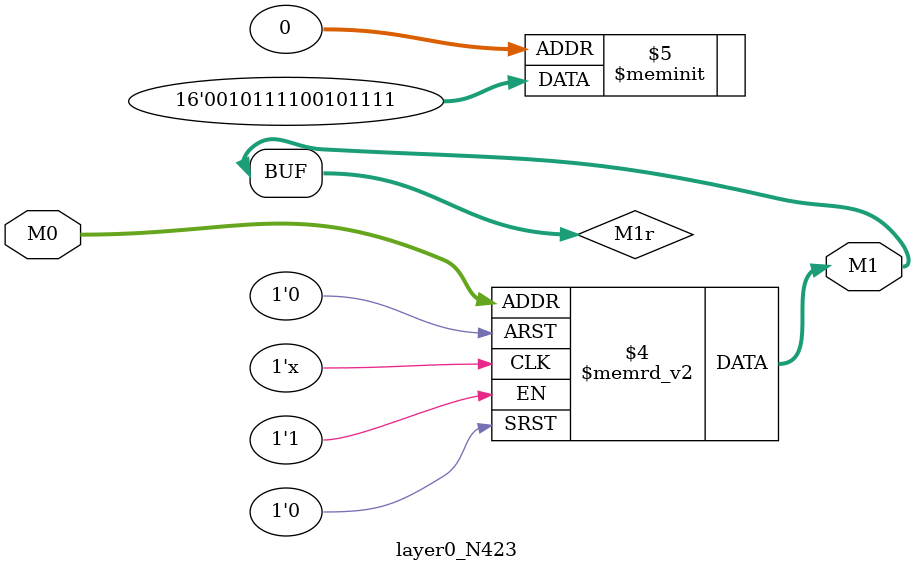
<source format=v>
module layer0_N423 ( input [2:0] M0, output [1:0] M1 );

	(*rom_style = "distributed" *) reg [1:0] M1r;
	assign M1 = M1r;
	always @ (M0) begin
		case (M0)
			3'b000: M1r = 2'b11;
			3'b100: M1r = 2'b11;
			3'b010: M1r = 2'b10;
			3'b110: M1r = 2'b10;
			3'b001: M1r = 2'b11;
			3'b101: M1r = 2'b11;
			3'b011: M1r = 2'b00;
			3'b111: M1r = 2'b00;

		endcase
	end
endmodule

</source>
